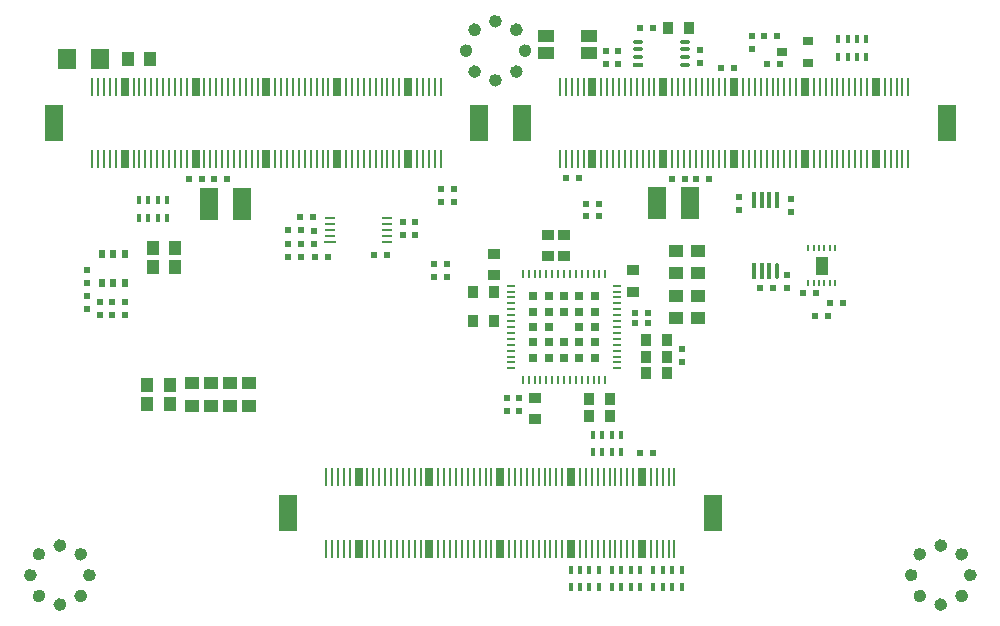
<source format=gbp>
G04 Layer_Color=128*
%FSLAX44Y44*%
%MOMM*%
G71*
G01*
G75*
%ADD10R,1.0000X1.3000*%
%ADD19R,1.6000X1.8000*%
%ADD20R,0.6000X0.6000*%
%ADD26R,1.6000X2.7000*%
%ADD27R,1.0000X0.9000*%
%ADD30R,0.6000X0.6000*%
%ADD38R,0.9000X1.0000*%
%ADD61C,0.6000*%
%ADD88R,1.3000X1.0000*%
%ADD89R,1.4000X1.0000*%
%ADD90R,0.4500X0.7000*%
%ADD93R,1.6000X3.1000*%
%ADD94R,0.9000X0.6500*%
%ADD95O,0.9500X0.3000*%
%ADD96R,0.9500X0.3000*%
%ADD97R,1.0000X0.2500*%
%ADD98O,1.0000X0.2500*%
%ADD99R,0.6000X0.8000*%
%ADD100O,0.2000X0.6000*%
%ADD102R,0.3000X1.4000*%
%ADD103O,0.3000X1.4000*%
%ADD104O,0.7000X0.2500*%
%ADD105O,0.2500X0.7000*%
%ADD200R,1.0160X1.5240*%
%ADD201R,0.7000X0.8000*%
%ADD202R,0.6400X1.5400*%
%ADD203R,0.2400X1.5400*%
D10*
X84500Y464000D02*
D03*
X103500D02*
D03*
X106000Y304000D02*
D03*
X125000D02*
D03*
X106000Y288000D02*
D03*
X125000D02*
D03*
X120000Y187500D02*
D03*
X101000D02*
D03*
X120000Y171500D02*
D03*
X101000D02*
D03*
D19*
X33000Y464000D02*
D03*
X61000D02*
D03*
D20*
X136678Y362500D02*
D03*
X147678D02*
D03*
X619500Y269931D02*
D03*
X630500D02*
D03*
X483500Y331000D02*
D03*
X472500D02*
D03*
X483500Y341000D02*
D03*
X472500D02*
D03*
X220500Y307000D02*
D03*
X231500D02*
D03*
X634500Y483500D02*
D03*
X623500D02*
D03*
X467000Y363000D02*
D03*
X456000D02*
D03*
X529000Y490000D02*
D03*
X518000D02*
D03*
X293500Y298000D02*
D03*
X304500D02*
D03*
X514000Y249000D02*
D03*
X525000D02*
D03*
X545000Y362000D02*
D03*
X556000D02*
D03*
X577000D02*
D03*
X566000D02*
D03*
X168678Y362500D02*
D03*
X157678D02*
D03*
X525000Y240000D02*
D03*
X514000D02*
D03*
X361000Y354000D02*
D03*
X350000D02*
D03*
X361000Y342500D02*
D03*
X350000D02*
D03*
X636500Y460000D02*
D03*
X625500D02*
D03*
X679500Y256931D02*
D03*
X690500D02*
D03*
X677500Y246431D02*
D03*
X666500D02*
D03*
X667700Y265431D02*
D03*
X656700D02*
D03*
X597500Y456500D02*
D03*
X586500D02*
D03*
X230500Y330000D02*
D03*
X241500D02*
D03*
X243500Y296000D02*
D03*
X254500D02*
D03*
X220500D02*
D03*
X231500D02*
D03*
X231500Y319000D02*
D03*
X220500D02*
D03*
X518500Y129999D02*
D03*
X529500D02*
D03*
D26*
X153000Y341000D02*
D03*
X181000D02*
D03*
X561000Y342000D02*
D03*
X533000D02*
D03*
D27*
X429000Y159000D02*
D03*
Y177000D02*
D03*
X454000Y315000D02*
D03*
Y297000D02*
D03*
X395000Y281000D02*
D03*
Y299000D02*
D03*
X440000Y315000D02*
D03*
Y297000D02*
D03*
X512000Y285000D02*
D03*
Y267000D02*
D03*
D30*
X71500Y258500D02*
D03*
Y247500D02*
D03*
X50500Y263500D02*
D03*
Y252500D02*
D03*
X61000Y258500D02*
D03*
Y247500D02*
D03*
X82000D02*
D03*
Y258500D02*
D03*
X613000Y483500D02*
D03*
Y472500D02*
D03*
X500000Y471000D02*
D03*
Y460000D02*
D03*
X318000Y325500D02*
D03*
Y314500D02*
D03*
X328000Y314500D02*
D03*
Y325500D02*
D03*
X489500Y460000D02*
D03*
Y471000D02*
D03*
X569000Y460500D02*
D03*
Y471500D02*
D03*
X50500Y285500D02*
D03*
Y274500D02*
D03*
X406000Y176500D02*
D03*
Y165500D02*
D03*
X642500Y270000D02*
D03*
Y281000D02*
D03*
X646500Y334529D02*
D03*
Y345529D02*
D03*
X602500Y336000D02*
D03*
Y347000D02*
D03*
X242000Y318500D02*
D03*
Y307500D02*
D03*
X554000Y218500D02*
D03*
Y207500D02*
D03*
X344000Y290250D02*
D03*
Y279250D02*
D03*
X355000Y290250D02*
D03*
Y279250D02*
D03*
X416000Y176500D02*
D03*
Y165500D02*
D03*
D38*
X542000Y490000D02*
D03*
X560000D02*
D03*
X523000Y226000D02*
D03*
X541000D02*
D03*
X377000Y242000D02*
D03*
X395000D02*
D03*
X493000Y176000D02*
D03*
X475000D02*
D03*
X541000Y198000D02*
D03*
X523000D02*
D03*
X493000Y162000D02*
D03*
X475000D02*
D03*
X377000Y267000D02*
D03*
X395000D02*
D03*
X541000Y211500D02*
D03*
X523000D02*
D03*
D61*
X29600Y2000D02*
G03*
X29600Y2000I-2500J0D01*
G01*
X11922Y9322D02*
G03*
X11922Y9322I-2500J0D01*
G01*
Y44678D02*
G03*
X11922Y44678I-2500J0D01*
G01*
X47278D02*
G03*
X47278Y44678I-2500J0D01*
G01*
X54600Y27000D02*
G03*
X54600Y27000I-2500J0D01*
G01*
X47278Y9322D02*
G03*
X47278Y9322I-2500J0D01*
G01*
X4600Y27000D02*
G03*
X4600Y27000I-2500J0D01*
G01*
X29600Y52000D02*
G03*
X29600Y52000I-2500J0D01*
G01*
X775400D02*
G03*
X775400Y52000I-2500J0D01*
G01*
X800400Y27000D02*
G03*
X800400Y27000I-2500J0D01*
G01*
X757722Y9322D02*
G03*
X757722Y9322I-2500J0D01*
G01*
X750400Y27000D02*
G03*
X750400Y27000I-2500J0D01*
G01*
X757722Y44678D02*
G03*
X757722Y44678I-2500J0D01*
G01*
X793078D02*
G03*
X793078Y44678I-2500J0D01*
G01*
Y9322D02*
G03*
X793078Y9322I-2500J0D01*
G01*
X775400Y2000D02*
G03*
X775400Y2000I-2500J0D01*
G01*
X398400Y446000D02*
G03*
X398400Y446000I-2500J0D01*
G01*
X416078Y453322D02*
G03*
X416078Y453322I-2500J0D01*
G01*
Y488678D02*
G03*
X416078Y488678I-2500J0D01*
G01*
X380722D02*
G03*
X380722Y488678I-2500J0D01*
G01*
X373400Y471000D02*
G03*
X373400Y471000I-2500J0D01*
G01*
X380722Y453322D02*
G03*
X380722Y453322I-2500J0D01*
G01*
X423400Y471000D02*
G03*
X423400Y471000I-2500J0D01*
G01*
X398400Y496000D02*
G03*
X398400Y496000I-2500J0D01*
G01*
D88*
X567000Y301500D02*
D03*
Y282500D02*
D03*
X549000Y263500D02*
D03*
Y282500D02*
D03*
Y301500D02*
D03*
Y282500D02*
D03*
Y263500D02*
D03*
Y244500D02*
D03*
X567000Y263500D02*
D03*
Y244500D02*
D03*
Y263500D02*
D03*
Y282500D02*
D03*
X155000Y170500D02*
D03*
Y189500D02*
D03*
X139000Y170500D02*
D03*
Y189500D02*
D03*
X187000Y170500D02*
D03*
Y189500D02*
D03*
X171000Y170500D02*
D03*
Y189500D02*
D03*
D89*
X475000Y469000D02*
D03*
Y483000D02*
D03*
X439000D02*
D03*
Y469000D02*
D03*
D90*
X710000Y465500D02*
D03*
X702000D02*
D03*
X694000D02*
D03*
X686000D02*
D03*
X710000Y480500D02*
D03*
X702000D02*
D03*
X694000D02*
D03*
X686000D02*
D03*
X518500Y16500D02*
D03*
X510500D02*
D03*
X502500D02*
D03*
X494500D02*
D03*
X518500Y31500D02*
D03*
X510500D02*
D03*
X502500D02*
D03*
X494500D02*
D03*
X118000Y329500D02*
D03*
X110000D02*
D03*
X102000D02*
D03*
X94000D02*
D03*
X118000Y344500D02*
D03*
X110000D02*
D03*
X102000D02*
D03*
X94000D02*
D03*
X553500Y16500D02*
D03*
X545500D02*
D03*
X537500D02*
D03*
X529500D02*
D03*
X553500Y31500D02*
D03*
X545500D02*
D03*
X537500D02*
D03*
X529500D02*
D03*
X478500Y146000D02*
D03*
X486500D02*
D03*
X494500D02*
D03*
X502500D02*
D03*
X478500Y131000D02*
D03*
X486500D02*
D03*
X494500D02*
D03*
X502500D02*
D03*
X459500Y31500D02*
D03*
X467500D02*
D03*
X475500D02*
D03*
X483500D02*
D03*
X459500Y16500D02*
D03*
X467500D02*
D03*
X475500D02*
D03*
X483500D02*
D03*
D93*
X418000Y409500D02*
D03*
X778000D02*
D03*
X22000D02*
D03*
X382000D02*
D03*
X220000Y79500D02*
D03*
X580000D02*
D03*
D94*
X660500Y479500D02*
D03*
Y460500D02*
D03*
X638500Y470000D02*
D03*
D95*
X556721Y478721D02*
D03*
Y472221D02*
D03*
Y465721D02*
D03*
Y459221D02*
D03*
X516721Y478721D02*
D03*
Y472221D02*
D03*
Y465721D02*
D03*
D96*
Y459221D02*
D03*
D97*
X255500Y309000D02*
D03*
D98*
Y314000D02*
D03*
Y319000D02*
D03*
Y324000D02*
D03*
Y329000D02*
D03*
X304500Y309000D02*
D03*
Y314000D02*
D03*
Y319000D02*
D03*
Y324000D02*
D03*
Y329000D02*
D03*
D99*
X63000Y299000D02*
D03*
X82000D02*
D03*
X72500Y274000D02*
D03*
Y299000D02*
D03*
X63000Y274000D02*
D03*
X82000D02*
D03*
D100*
X683250Y274550D02*
D03*
Y303550D02*
D03*
X678750D02*
D03*
X674250D02*
D03*
X669750D02*
D03*
X665250D02*
D03*
X660750D02*
D03*
Y274550D02*
D03*
X665250D02*
D03*
X669750D02*
D03*
X674250D02*
D03*
X678750D02*
D03*
D102*
X634180Y344710D02*
D03*
X627680D02*
D03*
X621180D02*
D03*
X614680D02*
D03*
Y284710D02*
D03*
X621180D02*
D03*
X627680D02*
D03*
D103*
X634180D02*
D03*
D104*
X499000Y252000D02*
D03*
Y257000D02*
D03*
X409000Y202000D02*
D03*
Y207000D02*
D03*
Y212000D02*
D03*
Y217000D02*
D03*
Y222000D02*
D03*
Y227000D02*
D03*
Y232000D02*
D03*
Y237000D02*
D03*
Y242000D02*
D03*
Y247000D02*
D03*
Y252000D02*
D03*
Y257000D02*
D03*
Y262000D02*
D03*
Y267000D02*
D03*
Y272000D02*
D03*
X499000Y272000D02*
D03*
Y267000D02*
D03*
Y262000D02*
D03*
Y247000D02*
D03*
Y242000D02*
D03*
Y237000D02*
D03*
Y232000D02*
D03*
Y227000D02*
D03*
Y222000D02*
D03*
Y217000D02*
D03*
Y212000D02*
D03*
Y207000D02*
D03*
Y202000D02*
D03*
D105*
X489000Y192000D02*
D03*
X484000D02*
D03*
X479000D02*
D03*
X474000D02*
D03*
X469000D02*
D03*
X464000D02*
D03*
X459000D02*
D03*
X454000D02*
D03*
X449000D02*
D03*
X444000D02*
D03*
X439000D02*
D03*
X434000D02*
D03*
X429000D02*
D03*
X424000D02*
D03*
X419000D02*
D03*
X419000Y282000D02*
D03*
X424000D02*
D03*
X429000D02*
D03*
X434000D02*
D03*
X439000D02*
D03*
X444000D02*
D03*
X449000D02*
D03*
X454000D02*
D03*
X459000D02*
D03*
X464000D02*
D03*
X469000D02*
D03*
X474000D02*
D03*
X479000D02*
D03*
X484000D02*
D03*
X489000D02*
D03*
D200*
X672000Y289048D02*
D03*
D201*
X467000Y237002D02*
D03*
X428000D02*
D03*
X441000Y250002D02*
D03*
X454000D02*
D03*
Y211002D02*
D03*
X441000D02*
D03*
X480000D02*
D03*
Y250002D02*
D03*
X467000Y262998D02*
D03*
X428000D02*
D03*
Y223998D02*
D03*
X467000D02*
D03*
X428000Y249998D02*
D03*
X441000Y237002D02*
D03*
X480000D02*
D03*
Y224002D02*
D03*
X428000Y210998D02*
D03*
X467000D02*
D03*
X441000Y224002D02*
D03*
X454000D02*
D03*
X441000Y263002D02*
D03*
X454000D02*
D03*
X480000D02*
D03*
X467000Y249998D02*
D03*
D202*
X520000Y49000D02*
D03*
X460000D02*
D03*
X400000D02*
D03*
X340000D02*
D03*
X280000D02*
D03*
Y110000D02*
D03*
X340000D02*
D03*
X400000D02*
D03*
X460000D02*
D03*
X520000D02*
D03*
X322000Y379000D02*
D03*
X262000D02*
D03*
X202000D02*
D03*
X142000D02*
D03*
X82000D02*
D03*
X82000Y440000D02*
D03*
X142000D02*
D03*
X202000D02*
D03*
X262000D02*
D03*
X322000D02*
D03*
X658000Y379000D02*
D03*
X598000D02*
D03*
X538000D02*
D03*
X478000D02*
D03*
Y440000D02*
D03*
X538000D02*
D03*
X598000D02*
D03*
X658000D02*
D03*
X718000D02*
D03*
X718000Y379000D02*
D03*
D203*
X349500D02*
D03*
X344500D02*
D03*
X339500D02*
D03*
X334500D02*
D03*
X329500D02*
D03*
X314500D02*
D03*
X309500D02*
D03*
X304500D02*
D03*
X299500D02*
D03*
X294500D02*
D03*
X289500D02*
D03*
X284500D02*
D03*
X279500D02*
D03*
X274500D02*
D03*
X269500D02*
D03*
X254500D02*
D03*
X249500D02*
D03*
X244500D02*
D03*
X239500D02*
D03*
X234500D02*
D03*
X229500D02*
D03*
X224500D02*
D03*
X219500D02*
D03*
X214500D02*
D03*
X209500D02*
D03*
X194500D02*
D03*
X189500D02*
D03*
X184500D02*
D03*
X179500D02*
D03*
X174500D02*
D03*
X169500D02*
D03*
X164500D02*
D03*
X159500D02*
D03*
X154500D02*
D03*
X149500D02*
D03*
X134500D02*
D03*
X129500D02*
D03*
X124500D02*
D03*
X119500D02*
D03*
X114500D02*
D03*
X109500D02*
D03*
X104500D02*
D03*
X99500D02*
D03*
X94500D02*
D03*
X89500D02*
D03*
X74500Y379000D02*
D03*
X69500D02*
D03*
X64500D02*
D03*
X59500D02*
D03*
X54500Y379000D02*
D03*
X54500Y440000D02*
D03*
X59500D02*
D03*
X64500D02*
D03*
X69500D02*
D03*
X74500D02*
D03*
X89500D02*
D03*
X94500D02*
D03*
X99500D02*
D03*
X104500D02*
D03*
X109500D02*
D03*
X114500D02*
D03*
X119500D02*
D03*
X124500D02*
D03*
X129500D02*
D03*
X134500D02*
D03*
X149500D02*
D03*
X154500D02*
D03*
X159500D02*
D03*
X164500D02*
D03*
X169500D02*
D03*
X174500D02*
D03*
X179500D02*
D03*
X184500D02*
D03*
X189500D02*
D03*
X194500D02*
D03*
X209500D02*
D03*
X214500D02*
D03*
X219500D02*
D03*
X224500D02*
D03*
X229500D02*
D03*
X234500D02*
D03*
X239500D02*
D03*
X244500D02*
D03*
X249500D02*
D03*
X254500D02*
D03*
X269500D02*
D03*
X274500D02*
D03*
X279500D02*
D03*
X284500D02*
D03*
X289500D02*
D03*
X294500D02*
D03*
X299500D02*
D03*
X304500D02*
D03*
X309500D02*
D03*
X314500D02*
D03*
X329500D02*
D03*
X334500D02*
D03*
X339500D02*
D03*
X344500D02*
D03*
X349500D02*
D03*
X710500D02*
D03*
X725500D02*
D03*
X730500D02*
D03*
X735500D02*
D03*
X740500D02*
D03*
X745500D02*
D03*
X710500Y379000D02*
D03*
X725500D02*
D03*
X730500D02*
D03*
X735500D02*
D03*
X740500D02*
D03*
X745500D02*
D03*
X705500Y440000D02*
D03*
X700500D02*
D03*
X695500D02*
D03*
X690500D02*
D03*
X685500D02*
D03*
X680500D02*
D03*
X675500D02*
D03*
X670500D02*
D03*
X665500D02*
D03*
X650500D02*
D03*
X645500D02*
D03*
X640500D02*
D03*
X635500D02*
D03*
X630500D02*
D03*
X625500D02*
D03*
X620500D02*
D03*
X615500D02*
D03*
X610500D02*
D03*
X605500D02*
D03*
X590500D02*
D03*
X585500D02*
D03*
X580500D02*
D03*
X575500D02*
D03*
X570500D02*
D03*
X565500D02*
D03*
X560500D02*
D03*
X555500D02*
D03*
X550500D02*
D03*
X545500D02*
D03*
X530500D02*
D03*
X525500D02*
D03*
X520500D02*
D03*
X515500D02*
D03*
X510500D02*
D03*
X505500D02*
D03*
X500500D02*
D03*
X495500D02*
D03*
X490500D02*
D03*
X485500D02*
D03*
X470500D02*
D03*
X465500D02*
D03*
X460500D02*
D03*
X455500D02*
D03*
X450500D02*
D03*
X705500Y379000D02*
D03*
X700500D02*
D03*
X695500D02*
D03*
X690500D02*
D03*
X685500D02*
D03*
X680500D02*
D03*
X675500D02*
D03*
X670500D02*
D03*
X665500D02*
D03*
X650500D02*
D03*
X645500D02*
D03*
X640500D02*
D03*
X635500D02*
D03*
X630500D02*
D03*
X625500D02*
D03*
X620500D02*
D03*
X615500D02*
D03*
X610500D02*
D03*
X605500D02*
D03*
X585500D02*
D03*
X580500D02*
D03*
X575500D02*
D03*
X570500D02*
D03*
X565500D02*
D03*
X560500D02*
D03*
X555500D02*
D03*
X550500D02*
D03*
X545500D02*
D03*
X530500D02*
D03*
X525500D02*
D03*
X520500D02*
D03*
X515500D02*
D03*
X510500D02*
D03*
X505500D02*
D03*
X500500D02*
D03*
X495500D02*
D03*
X490500D02*
D03*
X485500D02*
D03*
X470500D02*
D03*
X465500D02*
D03*
X460500D02*
D03*
X455500D02*
D03*
X450500D02*
D03*
X590500D02*
D03*
X547500Y110000D02*
D03*
X542500D02*
D03*
X537500D02*
D03*
X532500D02*
D03*
X527500D02*
D03*
X512500D02*
D03*
X507500D02*
D03*
X502500D02*
D03*
X497500D02*
D03*
X492500D02*
D03*
X487500D02*
D03*
X482500D02*
D03*
X477500D02*
D03*
X472500D02*
D03*
X467500D02*
D03*
X452500D02*
D03*
X447500D02*
D03*
X442500D02*
D03*
X437500D02*
D03*
X432500D02*
D03*
X427500D02*
D03*
X422500D02*
D03*
X417500D02*
D03*
X412500D02*
D03*
X407500D02*
D03*
X392500D02*
D03*
X387500D02*
D03*
X382500D02*
D03*
X377500D02*
D03*
X372500D02*
D03*
X367500D02*
D03*
X362500D02*
D03*
X357500D02*
D03*
X352500D02*
D03*
X347500D02*
D03*
X332500D02*
D03*
X327500D02*
D03*
X322500D02*
D03*
X317500D02*
D03*
X312500D02*
D03*
X307500D02*
D03*
X302500D02*
D03*
X297500D02*
D03*
X292500D02*
D03*
X287500D02*
D03*
X272500D02*
D03*
X267500D02*
D03*
X262500D02*
D03*
X257500D02*
D03*
X252500D02*
D03*
X252500Y49000D02*
D03*
X257500D02*
D03*
X262500D02*
D03*
X267500D02*
D03*
X272500D02*
D03*
X287500Y49000D02*
D03*
X292500D02*
D03*
X297500D02*
D03*
X302500D02*
D03*
X307500D02*
D03*
X312500D02*
D03*
X317500D02*
D03*
X322500D02*
D03*
X327500D02*
D03*
X332500D02*
D03*
X347500Y49000D02*
D03*
X352500D02*
D03*
X357500D02*
D03*
X362500D02*
D03*
X367500D02*
D03*
X372500D02*
D03*
X377500D02*
D03*
X382500D02*
D03*
X387500D02*
D03*
X392500D02*
D03*
X407500D02*
D03*
X412500D02*
D03*
X417500D02*
D03*
X422500D02*
D03*
X427500D02*
D03*
X432500D02*
D03*
X437500D02*
D03*
X442500D02*
D03*
X447500D02*
D03*
X452500D02*
D03*
X467500Y49000D02*
D03*
X472500D02*
D03*
X477500D02*
D03*
X482500D02*
D03*
X487500D02*
D03*
X492500D02*
D03*
X497500D02*
D03*
X502500D02*
D03*
X507500D02*
D03*
X512500D02*
D03*
X527500Y49000D02*
D03*
X532500D02*
D03*
X537500D02*
D03*
X542500D02*
D03*
X547500D02*
D03*
M02*

</source>
